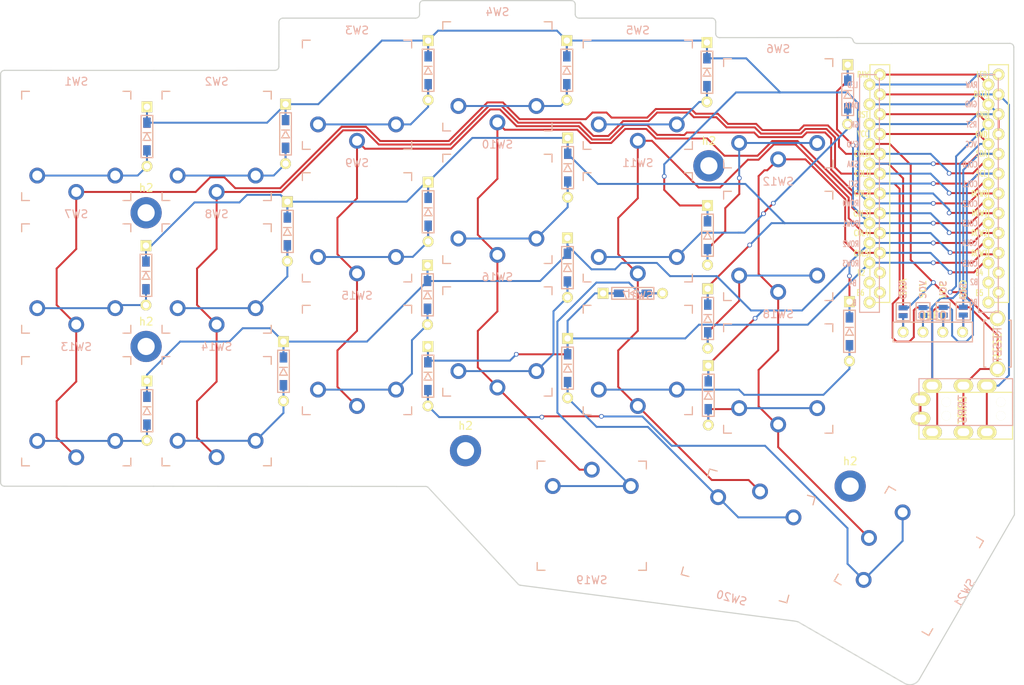
<source format=kicad_pcb>
(kicad_pcb (version 20221018) (generator pcbnew)
  (title_block (title "Corne Light") (date "2018-12-26") (rev "2.1") (company "foostan"))
  (layers (0 "F.Cu" signal) (31 "B.Cu" signal) (34 "B.Paste" user) (35 "F.Paste" user) (36 "B.SilkS" user "B.Silkscreen") (37 "F.SilkS" user "F.Silkscreen") (38 "B.Mask" user) (39 "F.Mask" user) (44 "Edge.Cuts" user))
  (net 0 "")
  (net 1 "row0")
  (net 2 "row1")
  (net 3 "Net-(D2-Pad2)")
  (net 4 "row2")
  (net 5 "Net-(D3-Pad2)")
  (net 6 "row3")
  (net 7 "Net-(D4-Pad2)")
  (net 8 "Net-(D5-Pad2)")
  (net 9 "Net-(D6-Pad2)")
  (net 10 "Net-(D8-Pad2)")
  (net 11 "Net-(D9-Pad2)")
  (net 12 "Net-(D10-Pad2)")
  (net 13 "Net-(D11-Pad2)")
  (net 14 "Net-(D12-Pad2)")
  (net 15 "Net-(D14-Pad2)")
  (net 16 "Net-(D15-Pad2)")
  (net 17 "Net-(D16-Pad2)")
  (net 18 "Net-(D17-Pad2)")
  (net 19 "Net-(D18-Pad2)")
  (net 20 "Net-(D19-Pad2)")
  (net 21 "Net-(D20-Pad2)")
  (net 22 "Net-(D21-Pad2)")
  (net 23 "GND")
  (net 24 "VCC")
  (net 25 "col0")
  (net 26 "col1")
  (net 27 "col2")
  (net 28 "col3")
  (net 29 "col4")
  (net 30 "col5")
  (net 31 "LED")
  (net 32 "data")
  (net 33 "reset")
  (net 34 "SCL")
  (net 35 "SDA")
  (net 36 "Net-(U1-Pad14)")
  (net 37 "Net-(U1-Pad13)")
  (net 38 "Net-(U1-Pad12)")
  (net 39 "Net-(U1-Pad11)")
  (net 40 "Net-(J1-PadA)")
  (net 41 "Net-(U1-Pad24)")
  (net 42 "Net-(D1-Pad2)")
  (net 43 "Net-(D7-Pad2)")
  (net 44 "Net-(D13-Pad2)")
  (footprint "kbd:D3_TH_SMD" (layer "F.Cu") (at 94.75 64.04 -90)
    (fp_text reference "D2" hide)
    (fp_text value "D" hide)
  )
  (footprint "kbd:D3_TH_SMD" (layer "F.Cu") (at 113.03 55.88 -90)
    (fp_text reference "D3" hide)
    (fp_text value "D" hide)
  )
  (footprint "kbd:D3_TH_SMD" (layer "F.Cu") (at 130.81 55.88 -90)
    (fp_text reference "D4" hide)
    (fp_text value "D" hide)
  )
  (footprint "kbd:D3_TH_SMD" (layer "F.Cu") (at 148.775 56.125 -90)
    (fp_text reference "D5" hide)
    (fp_text value "D" hide)
  )
  (footprint "kbd:D3_TH_SMD" (layer "F.Cu") (at 148.85 77.025 -90)
    (fp_text reference "D6" hide)
    (fp_text value "D" hide)
  )
  (footprint "kbd:D3_TH_SMD" (layer "F.Cu") (at 94.98 76.54 -90)
    (fp_text reference "D8" hide)
    (fp_text value "D" hide)
  )
  (footprint "kbd:D3_TH_SMD" (layer "F.Cu") (at 113.03 74.025 -90)
    (fp_text reference "D9" hide)
    (fp_text value "D" hide)
  )
  (footprint "kbd:D3_TH_SMD" (layer "F.Cu") (at 130.92 68.36 -90)
    (fp_text reference "D10" hide)
    (fp_text value "D" hide)
  )
  (footprint "kbd:D3_TH_SMD" (layer "F.Cu") (at 166.825 58.975 -90)
    (fp_text reference "D11" hide)
    (fp_text value "D" hide)
  )
  (footprint "kbd:D3_TH_SMD" (layer "F.Cu") (at 148.875 87.7 -90)
    (fp_text reference "D12" hide)
    (fp_text value "D" hide)
  )
  (footprint "kbd:D3_TH_SMD" (layer "F.Cu") (at 94.48 94.475 -90)
    (fp_text reference "D14" hide)
    (fp_text value "D" hide)
  )
  (footprint "kbd:D3_TH_SMD" (layer "F.Cu") (at 112.95 84.675 -90)
    (fp_text reference "D15" hide)
    (fp_text value "D" hide)
  )
  (footprint "kbd:D3_TH_SMD" (layer "F.Cu") (at 130.89 81.18 -90)
    (fp_text reference "D16" hide)
    (fp_text value "D" hide)
  )
  (footprint "kbd:D3_TH_SMD" (layer "F.Cu") (at 167.05 89.35 -90)
    (fp_text reference "D17" hide)
    (fp_text value "D" hide)
  )
  (footprint "kbd:D3_TH_SMD" (layer "F.Cu") (at 148.95 97.55 -90)
    (fp_text reference "D18" hide)
    (fp_text value "D" hide)
  )
  (footprint "kbd:D3_TH_SMD" (layer "F.Cu") (at 139.27 84.48)
    (fp_text reference "D19" hide)
    (fp_text value "D" hide)
  )
  (footprint "kbd:D3_TH_SMD" (layer "F.Cu") (at 130.91 94.07 -90)
    (fp_text reference "D20" hide)
    (fp_text value "D" hide)
  )
  (footprint "kbd:D3_TH_SMD" (layer "F.Cu") (at 113 95.1 -90)
    (fp_text reference "D21" hide)
    (fp_text value "D" hide)
  )
  (footprint "kbd:MJ-4PP-9" (layer "F.Cu") (at 187.96 100.17 -90)
    (fp_text reference "J1")
    (fp_text value "MJ-4PP-9" hide)
  )
  (footprint "chocs:SW_PG1350_reversible_b2" (layer "F.Cu") (at 85.91 65.58)
    (fp_text reference "SW2" hide)
    (fp_text value "SW_PUSH" hide)
  )
  (footprint "chocs:SW_PG1350_reversible_b2" (layer "F.Cu") (at 103.91 59.02)
    (fp_text reference "SW3" hide)
    (fp_text value "SW_PUSH" hide)
  )
  (footprint "chocs:SW_PG1350_reversible_b2" (layer "F.Cu") (at 121.91 56.66)
    (fp_text reference "SW4" hide)
    (fp_text value "SW_PUSH" hide)
  )
  (footprint "chocs:SW_PG1350_reversible_b2" (layer "F.Cu") (at 139.91 59.02)
    (fp_text reference "SW5" hide)
    (fp_text value "SW_PUSH" hide)
  )
  (footprint "chocs:SW_PG1350_reversible_b2" (layer "F.Cu") (at 157.91 61.4)
    (fp_text reference "SW6" hide)
    (fp_text value "SW_PUSH" hide)
  )
  (footprint "chocs:SW_PG1350_reversible_b2" (layer "F.Cu") (at 85.91 82.58)
    (fp_text reference "SW8" hide)
    (fp_text value "SW_PUSH" hide)
  )
  (footprint "chocs:SW_PG1350_reversible_b2" (layer "F.Cu") (at 103.91 76.02)
    (fp_text reference "SW9" hide)
    (fp_text value "SW_PUSH" hide)
  )
  (footprint "chocs:SW_PG1350_reversible_b2" (layer "F.Cu") (at 121.91 73.65)
    (fp_text reference "SW10" hide)
    (fp_text value "SW_PUSH" hide)
  )
  (footprint "chocs:SW_PG1350_reversible_b2" (layer "F.Cu") (at 139.91 76.02)
    (fp_text reference "SW11" hide)
    (fp_text value "SW_PUSH" hide)
  )
  (footprint "chocs:SW_PG1350_reversible_b2" (layer "F.Cu") (at 157.91 78.4)
    (fp_text reference "SW12" hide)
    (fp_text value "SW_PUSH" hide)
  )
  (footprint "chocs:SW_PG1350_reversible_b2" (layer "F.Cu") (at 85.91 99.585)
    (fp_text reference "SW14" hide)
    (fp_text value "SW_PUSH" hide)
  )
  (footprint "chocs:SW_PG1350_reversible_b2" (layer "F.Cu") (at 103.91 93.025)
    (fp_text reference "SW15" hide)
    (fp_text value "SW_PUSH" hide)
  )
  (footprint "chocs:SW_PG1350_reversible_b2" (layer "F.Cu") (at 121.91 90.65)
    (fp_text reference "SW16" hide)
    (fp_text value "SW_PUSH" hide)
  )
  (footprint "chocs:SW_PG1350_reversible_b2" (layer "F.Cu") (at 139.91 93.025)
    (fp_text reference "SW17" hide)
    (fp_text value "SW_PUSH" hide)
  )
  (footprint "chocs:SW_PG1350_reversible_b2" (layer "F.Cu") (at 157.91 95.4)
    (fp_text reference "SW18" hide)
    (fp_text value "SW_PUSH" hide)
  )
  (footprint "chocs:SW_PG1350_reversible_b2" (layer "F.Cu") (at 134.01 112.99 180)
    (fp_text reference "SW19" hide)
    (fp_text value "SW_PUSH" hide)
  )
  (footprint "chocs:SW_PG1350_reversible_b2" (layer "F.Cu") (at 154.06 115.58 165)
    (fp_text reference "SW20" hide)
    (fp_text value "SW_PUSH" hide)
  )
  (footprint "Kailh:SW_PG1350_15_reversible_b2" (layer "F.Cu") (at 174.66 118.79 -120)
    (fp_text reference "SW21" hide)
    (fp_text value "SW_PUSH" hide)
  )
  (footprint "kbd:ProMicro_v2" (layer "F.Cu") (at 178.51 70.91)
    (fp_text reference "U1" hide)
    (fp_text value "ProMicro" hide)
  )
  (footprint "kbd:D3_TH_SMD" (layer "F.Cu") (at 76.85 82.175 -90)
    (fp_text reference "D7" hide)
    (fp_text value "D" hide)
  )
  (footprint "kbd:D3_TH_SMD" (layer "F.Cu") (at 76.975 99.525 -90)
    (fp_text reference "D13" hide)
    (fp_text value "D" hide)
  )
  (footprint "chocs:SW_PG1350_reversible_b2" (layer "F.Cu") (at 67.91 82.58)
    (fp_text reference "SW7" hide)
    (fp_text value "SW_PUSH" hide)
  )
  (footprint "chocs:SW_PG1350_reversible_b2" (layer "F.Cu") (at 67.91 99.6)
    (fp_text reference "SW13" hide)
    (fp_text value "SW_PUSH" hide)
  )
  (footprint "chocs:SW_PG1350_reversible_b2" (layer "F.Cu") (at 67.91 65.58)
    (fp_text reference "SW1" hide)
    (fp_text value "SW_PUSH" hide)
  )
  (footprint "foostan:Jumper" (layer "F.Cu") (at 179.07 86.78 -90)
    (fp_text reference "JP65" hide)
    (fp_text value "VCC")
  )
  (footprint "foostan:OLED" (layer "F.Cu") (at 173.93 89.44)
    (fp_text reference "J2")
    (fp_text value "OLED" hide)
  )
  (footprint "foostan:Jumper" (layer "F.Cu") (at 176.47 86.8 -90)
    (fp_text reference "JP63" hide)
    (fp_text value "SCL")
  )
  (footprint "foostan:Jumper" (layer "F.Cu") (at 173.93 86.83 -90)
    (fp_text reference "JP61" hide)
    (fp_text value " SDA")
  )
  (footprint "foostan:Jumper" (layer "F.Cu") (at 181.64 86.7704 -90)
    (fp_text reference "JP68" hide)
    (fp_text value "GND")
  )
  (footprint "kbd:ResetSW" (layer "F.Cu") (at 186.03 90.93 -90)
    (fp_text reference "RSW1" hide)
    (fp_text value "Val**")
  )
  (footprint "kbd:D3_TH_SMD" (layer "F.Cu") (at 76.975 64.375 -90)
    (fp_text reference "D1" hide)
    (fp_text value "D" hide)
  )
  (footprint "kbd:LEGO_HOLE" (layer "F.Cu") (at 149.025 68.125)
    (fp_text reference "h2")
    (fp_text value "h2")
  )
  (footprint "kbd:LEGO_HOLE" (layer "F.Cu") (at 76.87 74.15)
    (fp_text reference "h2")
    (fp_text value "h2")
  )
  (footprint "kbd:LEGO_HOLE" (layer "F.Cu") (at 117.82 104.65)
    (fp_text reference "h2")
    (fp_text value "h2")
  )
  (footprint "kbd:LEGO_HOLE" (layer "F.Cu") (at 167.14 109.2)
    (fp_text reference "h2")
    (fp_text value "h2")
  )
  (footprint "kbd:LEGO_HOLE" (layer "F.Cu") (at 76.87 91.29)
    (fp_text reference "h2")
    (fp_text value "h2")
  )
  (footprint "foostan:Jumper" (layer "B.Cu") (at 176.48 86.81 -90)
    (fp_text reference "JP64" hide)
    (fp_text value "VCC")
  )
  (footprint "foostan:Jumper" (layer "B.Cu") (at 173.93 86.8396 -90)
    (fp_text reference "JP62" hide)
    (fp_text value "GND")
  )
  (footprint "foostan:Jumper" (layer "B.Cu") (at 181.64 86.76 -90)
    (fp_text reference "JP6" hide)
    (fp_text value " SDA")
  )
  (footprint "foostan:Jumper" (layer "B.Cu") (at 179.06 86.78 -90)
    (fp_text reference "JP66" hide)
    (fp_text value "SCL")
  )
  (gr_line (start 187.62 52.43) (end 167.999902 52.44002) (stroke (width 0.15)) (layer "Edge.Cuts"))
  (gr_line (start 93.39 55.89) (end 77.875 55.89402) (stroke (width 0.15)) (layer "Edge.Cuts"))
  (gr_arc (start 112.7 109.24) (mid 112.878081 109.272788) (end 113.032807 109.366852) (stroke (width 0.15)) (layer "Edge.Cuts"))
  (gr_arc (start 124.845863 121.904977) (mid 124.696919 121.853443) (end 124.57 121.76) (stroke (width 0.15)) (layer "Edge.Cuts"))
  (gr_line (start 113.032807 109.366852) (end 124.57 121.76) (stroke (width 0.15)) (layer "Edge.Cuts"))
  (gr_arc (start 175.95 134.05) (mid 175.064806 134.640152) (end 174.021988 134.429491) (stroke (width 0.15)) (layer "Edge.Cuts"))
  (gr_arc (start 159.810076 126.474364) (mid 160.140472 126.523169) (end 160.46452 126.60402) (stroke (width 0.15)) (layer "Edge.Cuts"))
  (gr_line (start 175.95 134.05) (end 188.2 112.87) (stroke (width 0.15)) (layer "Edge.Cuts"))
  (gr_line (start 160.46452 126.60402) (end 174.021988 134.429491) (stroke (width 0.15)) (layer "Edge.Cuts"))
  (gr_line (start 124.845863 121.904977) (end 159.810076 126.474364) (stroke (width 0.15)) (layer "Edge.Cuts"))
  (gr_line (start 112.7 109.24) (end 77.81952 109.21402) (stroke (width 0.15)) (layer "Edge.Cuts"))
  (gr_arc (start 167.03 51.68) (mid 167.346236 51.792708) (end 167.519902 52.08002) (stroke (width 0.15)) (layer "Edge.Cuts"))
  (gr_arc (start 167.999902 52.44002) (mid 167.699902 52.34002) (end 167.519902 52.08002) (stroke (width 0.15)) (layer "Edge.Cuts"))
  (gr_line (start 167.03 51.68) (end 150.39952 51.69402) (stroke (width 0.15)) (layer "Edge.Cuts"))
  (gr_arc (start 93.89 55.39) (mid 93.743553 55.743553) (end 93.39 55.89) (stroke (width 0.15)) (layer "Edge.Cuts"))
  (gr_arc (start 93.89952 49.69402) (mid 94.045967 49.340467) (end 94.39952 49.19402) (stroke (width 0.15)) (layer "Edge.Cuts"))
  (gr_line (start 131.38952 46.94402) (end 112.42952 46.94402) (stroke (width 0.15)) (layer "Edge.Cuts"))
  (gr_line (start 131.88952 48.69402) (end 131.88952 47.44402) (stroke (width 0.15)) (layer "Edge.Cuts"))
  (gr_line (start 149.39952 49.19402) (end 132.38952 49.19402) (stroke (width 0.15)) (layer "Edge.Cuts"))
  (gr_line (start 149.89952 51.19402) (end 149.89952 49.69402) (stroke (width 0.15)) (layer "Edge.Cuts"))
  (gr_line (start 93.89952 49.69402) (end 93.89 55.39) (stroke (width 0.15)) (layer "Edge.Cuts"))
  (gr_line (start 111.42952 49.19402) (end 94.39952 49.19402) (stroke (width 0.15)) (layer "Edge.Cuts"))
  (gr_line (start 111.92952 47.44402) (end 111.92952 48.69402) (stroke (width 0.15)) (layer "Edge.Cuts"))
  (gr_arc (start 111.92952 48.69402) (mid 111.783073 49.047573) (end 111.42952 49.19402) (stroke (width 0.15)) (layer "Edge.Cuts"))
  (gr_arc (start 111.92952 47.44402) (mid 112.075967 47.090467) (end 112.42952 46.94402) (stroke (width 0.15)) (layer "Edge.Cuts"))
  (gr_arc (start 131.38952 46.94402) (mid 131.743073 47.090467) (end 131.88952 47.44402) (stroke (width 0.15)) (layer "Edge.Cuts"))
  (gr_arc (start 132.38952 49.19402) (mid 132.035967 49.047573) (end 131.88952 48.69402) (stroke (width 0.15)) (layer "Edge.Cuts"))
  (gr_arc (start 149.39952 49.19402) (mid 149.753073 49.340467) (end 149.89952 49.69402) (stroke (width 0.15)) (layer "Edge.Cuts"))
  (gr_arc (start 150.39952 51.69402) (mid 150.045967 51.547573) (end 149.89952 51.19402) (stroke (width 0.15)) (layer "Edge.Cuts"))
  (gr_arc (start 187.62 52.43) (mid 187.973553 52.576447) (end 188.12 52.93) (stroke (width 0.15)) (layer "Edge.Cuts"))
  (gr_arc (start 58.21 56.39) (mid 58.356447 56.036447) (end 58.71 55.89) (stroke (width 0.15)) (layer "Edge.Cuts"))
  (gr_arc (start 58.71 109.21) (mid 58.356447 109.063553) (end 58.21 108.71) (stroke (width 0.15)) (layer "Edge.Cuts"))
  (gr_line (start 77.875 55.89402) (end 58.71 55.89) (stroke (width 0.15)) (layer "Edge.Cuts"))
  (gr_line (start 77.81952 109.21402) (end 58.71 109.21) (stroke (width 0.15)) (layer "Edge.Cuts"))
  (gr_line (start 58.21 56.39) (end 58.21 108.71) (stroke (width 0.15)) (layer "Edge.Cuts"))
  (gr_line (start 188.12 52.93) (end 188.2 112.87) (stroke (width 0.15)) (layer "Edge.Cuts"))
  (segment (start 148.85 75.25) (end 148.85 73.215) (width 0.25) (layer "F.Cu") (net 1))
  (segment (start 143.3 71.220792) (end 143.3 69.475) (width 0.25) (layer "F.Cu") (net 1))
  (segment (start 113.03 54.105) (end 113.03 52.07) (width 0.25) (layer "F.Cu") (net 1))
  (segment (start 76.975 62.6) (end 76.975 60.565) (width 0.25) (layer "F.Cu") (net 1))
  (segment (start 148.775 52.315) (end 148.775 54.35) (width 0.25) (layer "F.Cu") (net 1))
  (segment (start 145.294208 73.215) (end 143.3 71.220792) (width 0.25) (layer "F.Cu") (net 1))
  (segment (start 130.81 52.07) (end 130.81 54.105) (width 0.25) (layer "F.Cu") (net 1))
  (segment (start 183.598 71.672) (end 182.328 72.942) (width 0.25) (layer "F.Cu") (net 1))
  (segment (start 94.75 62.265) (end 94.75 60.23) (width 0.25) (layer "F.Cu") (net 1))
  (segment (start 148.85 73.215) (end 145.294208 73.215) (width 0.25) (layer "F.Cu") (net 1))
  (segment (start 182.328 72.942) (end 177.8 72.942) (width 0.25) (layer "F.Cu") (net 1))
  (segment (start 186.1664 71.672) (end 183.598 71.672) (width 0.25) (layer "F.Cu") (net 1))
  (via (at 143.3 69.475) (size 0.6) (drill 0.4) (layers "F.Cu" "B.Cu") (net 1))
  (via (at 177.8 72.942) (size 0.6) (drill 0.4) (layers "F.Cu" "B.Cu") (net 1))
  (segment (start 148.75 52.07) (end 148.89 52.21) (width 0.25) (layer "B.Cu") (net 1))
  (segment (start 107.100334 52.07) (end 113.03 52.07) (width 0.25) (layer "B.Cu") (net 1))
  (segment (start 94.75 60.23) (end 98.940334 60.23) (width 0.25) (layer "B.Cu") (net 1))
  (segment (start 152.5075 58.7175) (end 158.0825 58.7175) (width 0.25) (layer "B.Cu") (net 1))
  (segment (start 76.975 62.6) (end 76.975 60.565) (width 0.25) (layer "B.Cu") (net 1))
  (segment (start 169.62 72.942) (end 168.125 71.447) (width 0.25) (layer "B.Cu") (net 1))
  (segment (start 158.0825 58.7175) (end 158.1825 58.7175) (width 0.25) (layer "B.Cu") (net 1))
  (segment (start 169.62 72.942) (end 177.8 72.942) (width 0.25) (layer "B.Cu") (net 1))
  (segment (start 130.81 52.07) (end 130.81 54.105) (width 0.25) (layer "B.Cu") (net 1))
  (segment (start 129.54 50.8) (end 130.81 52.07) (width 0.25) (layer "B.Cu") (net 1))
  (segment (start 143.3 67.925) (end 152.5075 58.7175) (width 0.25) (layer "B.Cu") (net 1))
  (segment (start 168.125 60.075) (end 166.7675 58.7175) (width 0.25) (layer "B.Cu") (net 1))
  (segment (start 113.03 54.105) (end 113.03 52.07) (width 0.25) (layer "B.Cu") (net 1))
  (segment (start 130.81 52.07) (end 148.75 52.07) (width 0.25) (layer "B.Cu") (net 1))
  (segment (start 92.38 62.6) (end 76.975 62.6) (width 0.25) (layer "B.Cu") (net 1))
  (segment (start 143.3 69.475) (end 143.3 67.925) (width 0.25) (layer "B.Cu") (net 1))
  (segment (start 148.775 52.315) (end 148.775 54.35) (width 0.25) (layer "B.Cu") (net 1))
  (segment (start 94.75 60.23) (end 92.38 62.6) (width 0.25) (layer "B.Cu") (net 1))
  (segment (start 168.125 71.447) (end 168.125 60.075) (width 0.25) (layer "B.Cu") (net 1))
  (segment (start 94.75 60.23) (end 94.75 62.265) (width 0.25) (layer "B.Cu") (net 1))
  (segment (start 148.85 75.25) (end 148.85 73.215) (width 0.25) (layer "B.Cu") (net 1))
  (segment (start 153.815001 54.35) (end 158.1825 58.7175) (width 0.25) (layer "B.Cu") (net 1))
  (segment (start 114.3 50.8) (end 129.54 50.8) (width 0.25) (layer "B.Cu") (net 1))
  (segment (start 148.775 54.35) (end 153.815001 54.35) (width 0.25) (layer "B.Cu") (net 1))
  (segment (start 98.940334 60.23) (end 107.100334 52.07) (width 0.25) (layer "B.Cu") (net 1))
  (segment (start 166.7675 58.7175) (end 158.0825 58.7175) (width 0.25) (layer "B.Cu") (net 1))
  (segment (start 113.03 52.07) (end 114.3 50.8) (width 0.25) (layer "B.Cu") (net 1))
  (segment (start 94.98 74.765) (end 94.98 72.73) (width 0.25) (layer "F.Cu") (net 2))
  (segment (start 167.5005 65.5) (end 165.45 63.4495) (width 0.25) (layer "F.Cu") (net 2))
  (segment (start 186.1664 74.212) (end 183.852 74.212) (width 0.25) (layer "F.Cu") (net 2))
  (segment (start 148.875 83.668686) (end 148.875 83.89) (width 0.25) (layer "F.Cu") (net 2))
  (segment (start 76.85 80.4) (end 76.85 78.365) (width 0.25) (layer "F.Cu") (net 2))
  (segment (start 165.45 63.4495) (end 165.45 58.575) (width 0.25) (layer "F.Cu") (net 2))
  (segment (start 165.45 58.575) (end 166.825 57.2) (width 0.25) (layer "F.Cu") (net 2))
  (segment (start 154.26 78.283686) (end 148.875 83.668686) (width 0.25) (layer "F.Cu") (net 2))
  (segment (start 148.875 85.925) (end 148.875 83.89) (width 0.25) (layer "F.Cu") (net 2))
  (segment (start 183.852 74.212) (end 182.582 75.482) (width 0.25) (layer "F.Cu") (net 2))
  (segment (start 166.825 57.2) (end 166.825 55.165) (width 0.25) (layer "F.Cu") (net 2))
  (segment (start 130.92 64.55) (end 130.92 66.585) (width 0.25) (layer "F.Cu") (net 2))
  (segment (start 182.582 75.482) (end 177.8 75.482) (width 0.25) (layer "F.Cu") (net 2))
  (segment (start 113.03 70.215) (end 113.03 72.25) (width 0.25) (layer "F.Cu") (net 2))
  (via (at 177.8 75.482) (size 0.6) (drill 0.4) (layers "F.Cu" "B.Cu") (net 2))
  (via (at 167.5005 65.5) (size 0.6) (drill 0.4) (layers "F.Cu" "B.Cu") (net 2))
  (via (at 154.26 78.283686) (size 0.6) (drill 0.4) (layers "F.Cu" "B.Cu") (net 2))
  (segment (start 94.104999 71.854999) (end 94.98 72.73) (width 0.25) (layer "B.Cu") (net 2))
  (segment (start 130.92 64.55) (end 118.695 64.55) (width 0.25) (layer "B.Cu") (net 2))
  (segment (start 153.7 70.45) (end 134.785 70.45) (width 0.25) (layer "B.Cu") (net 2))
  (segment (start 77.535 78.365) (end 76.85 78.365) (width 0.25) (layer "B.Cu") (net 2))
  (segment (start 169.62 75.482) (end 177.8 75.482) (width 0.25) (layer "B.Cu") (net 2))
  (segment (start 76.85 78.365) (end 76.85 80.4) (width 0.25) (layer "B.Cu") (net 2))
  (segment (start 113.03 72.25) (end 113.03 70.215) (width 0.25) (layer "B.Cu") (net 2))
  (segment (start 83.078999 72.821001) (end 88.841001 72.821001) (width 0.25) (layer "B.Cu") (net 2))
  (segment (start 83.078999 72.821001) (end 77.535 78.365) (width 0.25) (layer "B.Cu") (net 2))
  (segment (start 158.732 75.482) (end 158.757 75.482) (width 0.25) (layer "B.Cu") (net 2))
  (segment (start 134.785 70.45) (end 130.92 66.585) (width 0.25) (layer "B.Cu") (net 2))
  (segment (start 89.807003 71.854999) (end 94.104999 71.854999) (width 0.25) (layer "B.Cu") (net 2))
  (segment (start 148.875 85.925) (end 148.875 83.89) (width 0.25) (layer "B.Cu") (net 2))
  (segment (start 94.98 72.73) (end 110.27 72.73) (width 0.25) (layer "B.Cu") (net 2))
  (segment (start 94.98 72.73) (end 94.98 74.765) (width 0.25) (layer "B.Cu") (net 2))
  (segment (start 166.825 57.2) (end 166.825 55.165) (width 0.25) (layer "B.Cu") (net 2))
  (segment (start 157.061686 75.482) (end 154.26 78.283686) (width 0.25) (layer "B.Cu") (net 2))
  (segment (start 118.695 64.55) (end 113.03 70.215) (width 0.25) (layer "B.Cu") (net 2))
  (segment (start 169.62 75.482) (end 158.757 75.482) (width 0.25) (layer "B.Cu") (net 2))
  (segment (start 112.785 70.215) (end 113.03 70.215) (width 0.25) (layer "B.Cu") (net 2))
  (segment (start 158.757 75.482) (end 157.061686 75.482) (width 0.25) (layer "B.Cu") (net 2))
  (segment (start 110.27 72.73) (end 112.785 70.215) (width 0.25) (layer "B.Cu") (net 2))
  (segment (start 88.841001 72.821001) (end 89.807003 71.854999) (width 0.25) (layer "B.Cu") (net 2))
  (segment (start 169.62 75.482) (end 167.5005 73.3625) (width 0.25) (layer "B.Cu") (net 2))
  (segment (start 153.7 70.45) (end 158.732 75.482) (width 0.25) (layer "B.Cu") (net 2))
  (segment (start 167.5005 73.3625) (end 167.5005 65.5) (width 0.25) (layer "B.Cu") (net 2))
  (segment (start 130.92 64.55) (end 130.92 66.585) (width 0.25) (layer "B.Cu") (net 2))
  (segment (start 94.75 67.85) (end 94.75 65.815) (width 0.25) (layer "F.Cu") (net 3))
  (segment (start 90.91 69.38) (end 93.22 69.38) (width 0.25) (layer "B.Cu") (net 3))
  (segment (start 80.91 69.38) (end 90.91 69.38) (width 0.25) (layer "B.Cu") (net 3))
  (segment (start 93.22 69.38) (end 94.75 67.85) (width 0.25) (layer "B.Cu") (net 3))
  (segment (start 94.75 65.815) (end 94.75 67.85) (width 0.25) (layer "B.Cu") (net 3))
  (segment (start 167.05 87.575) (end 167.05 85.54) (width 0.25) (layer "F.Cu") (net 4))
  (segment (start 130.89 77.37) (end 130.89 79.405) (width 0.25) (layer "F.Cu") (net 4))
  (segment (start 184.106 76.752) (end 182.836 78.022) (width 0.25) (layer "F.Cu") (net 4))
  (segment (start 167.05 85.54) (end 167.05 82.25) (width 0.25) (layer "F.Cu") (net 4))
  (segment (start 148.95 95.775) (end 148.95 93.74) (width 0.25) (layer "F.Cu") (net 4))
  (segment (start 148.95 93.74) (end 148.95 93.675) (width 0.25) (layer "F.Cu") (net 4))
  (segment (start 94.48 90.665) (end 94.48 92.7) (width 0.25) (layer "F.Cu") (net 4))
  (segment (start 148.95 93.675) (end 154.95 87.675) (width 0.25) (layer "F.Cu") (net 4))
  (segment (start 186.1664 76.752) (end 184.106 76.752) (width 0.25) (layer "F.Cu") (net 4))
  (segment (start 112.95 82.9) (end 112.95 80.865) (width 0.25) (layer "F.Cu") (net 4))
  (segment (start 182.836 78.022) (end 177.8 78.022) (width 0.25) (layer "F.Cu") (net 4))
  (segment (start 76.975 97.75) (end 76.975 95.715) (width 0.25) (layer "F.Cu") (net 4))
  (via (at 154.95 87.675) (size 0.6) (drill 0.4) (layers "F.Cu" "B.Cu") (net 4))
  (via (at 167.05 82.25) (size 0.6) (drill 0.4) (layers "F.Cu" "B.Cu") (net 4))
  (via (at 177.8 78.022) (size 0.6) (drill 0.4) (layers "F.Cu" "B.Cu") (net 4))
  (segment (start 130.89 78.3185) (end 133.9715 81.4) (width 0.25) (layer "B.Cu") (net 4))
  (segment (start 76.975 97.75) (end 76.975 95.715) (width 0.25) (layer "B.Cu") (net 4))
  (segment (start 137.821001 80.578999) (end 142.353999 80.578999) (width 0.25) (layer "B.Cu") (net 4))
  (segment (start 94.48 90.665) (end 94.48 92.7) (width 0.25) (layer "B.Cu") (net 4))
  (segment (start 87.545 90.665) (end 89.255001 88.954999) (width 0.25) (layer "B.Cu") (net 4))
  (segment (start 167.05 80.65) (end 167.021 80.621) (width 0.25) (layer "B.Cu") (net 4))
  (segment (start 112.95 82.9) (end 127.395 82.9) (width 0.25) (layer "B.Cu") (net 4))
  (segment (start 154.95 87.675) (end 155.925 86.7) (width 0.25) (layer "B.Cu") (net 4))
  (segment (start 167.05 87.575) (end 167.05 85.54) (width 0.25) (layer "B.Cu") (net 4))
  (segment (start 155.925 86.675) (end 160.967 86.675) (width 0.25) (layer "B.Cu") (net 4))
  (segment (start 89.255001 88.954999) (end 92.769999 88.954999) (width 0.25) (layer "B.Cu") (net 4))
  (segment (start 130.89 77.37) (end 130.89 78.3185) (width 0.25) (layer "B.Cu") (net 4))
  (segment (start 127.395 82.9) (end 130.89 79.405) (width 0.25) (layer "B.Cu") (net 4))
  (segment (start 166.9 80.742) (end 167.021 80.621) (width 0.25) (layer "B.Cu") (net 4))
  (segment (start 133.9715 81.4) (end 137 81.4) (width 0.25) (layer "B.Cu") (net 4))
  (segment (start 167.021 80.621) (end 169.62 78.022) (width 0.25) (layer "B.Cu") (net 4))
  (segment (start 112.95 82.9) (end 112.95 80.865) (width 0.25) (layer "B.Cu") (net 4))
  (segment (start 160.967 86.675) (end 167.021 80.621) (width 0.25) (layer "B.Cu") (net 4))
  (segment (start 130.89 77.37) (end 130.89 79.405) (width 0.25) (layer "B.Cu") (net 4))
  (segment (start 169.62 78.022) (end 177.8 78.022) (width 0.25) (layer "B.Cu") (net 4))
  (segment (start 105.185 90.665) (end 94.48 90.665) (width 0.25) (layer "B.Cu") (net 4))
  (segment (start 167.05 82.25) (end 167.05 80.65) (width 0.25) (layer "B.Cu") (net 4))
  (segment (start 155.925 86.7) (end 155.925 86.675) (width 0.25) (layer "B.Cu") (net 4))
  (segment (start 148.95 95.775) (end 148.95 93.74) (width 0.25) (layer "B.Cu") (net 4))
  (segment (start 137 81.4) (end 137.821001 80.578999) (width 0.25) (layer "B.Cu") (net 4))
  (segment (start 81.235 90.665) (end 76.975 94.925) (width 0.25) (layer "B.Cu") (net 4))
  (segment (start 144.05 82.275) (end 150.025 82.275) (width 0.25) (layer "B.Cu") (net 4))
  (segment (start 92.769999 88.954999) (end 94.48 90.665) (width 0.25) (layer "B.Cu") (net 4))
  (segment (start 76.975 94.925) (end 76.975 95.715) (width 0.25) (layer "B.Cu") (net 4))
  (segment (start 154.425 86.675) (end 155.925 86.675) (width 0.25) (layer "B.Cu") (net 4))
  (segment (start 142.353999 80.578999) (end 144.05 82.275) (width 0.25) (layer "B.Cu") (net 4))
  (segment (start 81.235 90.665) (end 87.545 90.665) (width 0.25) (layer "B.Cu") (net 4))
  (segment (start 112.95 82.9) (end 105.185 90.665) (width 0.25) (layer "B.Cu") (net 4))
  (segment (start 150.025 82.275) (end 154.425 86.675) (width 0.25) (layer "B.Cu") (net 4))
  (segment (start 113.03 59.69) (end 113.03 57.655) (width 0.25) (layer "F.Cu") (net 5))
  (segment (start 113.03 59.69) (end 113.03 57.655) (width 0.25) (layer "B.Cu") (net 5))
  (segment (start 108.91 62.82) (end 110.78 62.82) (width 0.25) (layer "B.Cu") (net 5))
  (segment (start 113.03 60.57) (end 113.03 59.69) (width 0.25) (layer "B.Cu") (net 5))
  (segment (start 98.91 62.82) (end 108.91 62.82) (width 0.25) (layer "B.Cu") (net 5))
  (segment (start 110.78 62.82) (end 113.03 60.57) (width 0.25) (layer "B.Cu") (net 5))
  (segment (start 135.46 84.48) (end 137.495 84.48) (width 0.25) (layer "F.Cu") (net 6))
  (segment (start 130.91 90.26) (end 130.91 92.295) (width 0.25) (layer "F.Cu") (net 6))
  (segment (start 182.836 80.562) (end 183.923001 79.474999) (width 0.25) (layer "F.Cu") (net 6))
  (segment (start 130.91 92.295) (end 124.33 92.295) (width 0.25) (layer "F.Cu") (net 6))
  (segment (start 177.8 80.562) (end 182.836 80.562) (width 0.25) (layer "F.Cu") (net 6))
  (segment (start 113 93.325) (end 113 91.29) (width 0.25) (layer "F.Cu") (net 6))
  (segment (start 183.923001 79.474999) (end 185.983401 79.474999) (width 0.25) (layer "F.Cu") (net 6))
  (segment (start 185.983401 79.474999) (end 186.1664 79.292) (width 0.25) (layer "F.Cu") (net 6))
  (via (at 124.33 92.295) (size 0.6) (drill 0.4) (layers "F.Cu" "B.Cu") (net 6))
  (via (at 177.8 80.562) (size 0.6) (drill 0.4) (layers "F.Cu" "B.Cu") (net 6))
  (segment (start 130.91 92.295) (end 130.91 90.26) (width 0.25) (layer "B.Cu") (net 6))
  (segment (start 147.76 88.5) (end 161.7 88.5) (width 0.25) (layer "B.Cu") (net 6))
  (segment (start 146 90.26) (end 147.76 88.5) (width 0.25) (layer "B.Cu") (net 6))
  (segment (start 123.516 93.109) (end 124.33 92.295) (width 0.25) (layer "B.Cu") (net 6))
  (segment (start 137.495 84.48) (end 135.46 84.48) (width 0.25) (layer "B.Cu") (net 6))
  (segment (start 169.62 80.58) (end 169.62 80.562) (width 0.25) (layer "B.Cu") (net 6))
  (segment (start 130.91 87.99) (end 134.42 84.48) (width 0.25) (layer "B.Cu") (net 6))
  (segment (start 113 93.325) (end 113 91.29) (width 0.25) (layer "B.Cu") (net 6))
  (segment (start 134.42 84.48) (end 135.46 84.48) (width 0.25) (layer "B.Cu") (net 6))
  (segment (start 113.216 93.109) (end 123.516 93.109) (width 0.25) (layer "B.Cu") (net 6))
  (segment (start 113 93.325) (end 113.216 93.109) (width 0.25) (layer "B.Cu") (net 6))
  (segment (start 169.62 80.562) (end 177.8 80.562) (width 0.25) (layer "B.Cu") (net 6))
  (segment (start 130.91 90.26) (end 130.91 87.99) (width 0.25) (layer "B.Cu") (net 6))
  (segment (start 161.7 88.5) (end 169.62 80.58) (width 0.25) (layer "B.Cu") (net 6))
  (segment (start 130.91 90.26) (end 146 90.26) (width 0.25) (layer "B.Cu") (net 6))
  (segment (start 130.81 57.655) (end 130.81 59.69) (width 0.25) (layer "F.Cu") (net 7))
  (segment (start 130.04 60.46) (end 126.91 60.46) (width 0.25) (layer "B.Cu") (net 7))
  (segment (start 130.81 57.655) (end 130.81 59.69) (width 0.25) (layer "B.Cu") (net 7))
  (segment (start 116.91 60.46) (end 126.91 60.46) (width 0.25) (layer "B.Cu") (net 7))
  (segment (start 130.81 59.69) (end 130.04 60.46) (width 0.25) (layer "B.Cu") (net 7))
  (segment (start 148.775 59.935) (end 148.775 57.9) (width 0.25) (layer "F.Cu") (net 8))
  (segment (start 144.91 62.82) (end 147.795 59.935) (width 0.25) (layer "B.Cu") (net 8))
  (segment (start 148.775 59.935) (end 148.775 57.9) (width 0.25) (layer "B.Cu") (net 8))
  (segment (start 134.91 62.82) (end 144.91 62.82) (width 0.25) (layer "B.Cu") (net 8))
  (segment (start 147.795 59.935) (end 148.775 59.935) (width 0.25) (layer "B.Cu") (net 8))
  (segment (start 151.125 76.525) (end 148.85 78.8) (width 0.25) (layer "F.Cu") (net 9))
  (segment (start 152.8 65.31) (end 152.91 65.2) (width 0.25) (layer "F.Cu") (net 9))
  (segment (start 152.925 69.7) (end 152.925 71.75) (width 0.25) (layer "F.Cu") (net 9))
  (segment (start 152.925 71.75) (end 151.125 73.55) (width 0.25) (layer "F.Cu") (net 9))
  (segment (start 151.125 73.55) (end 151.125 76.525) (width 0.25) (layer "F.Cu") (net 9))
  (segment (start 148.85 80.835) (end 148.85 78.8) (width 0.25) (layer "F.Cu") (net 9))
  (via (at 152.925 69.7) (size 0.6) (drill 0.4) (layers "F.Cu" "B.Cu") (net 9))
  (segment (start 152.91 65.2) (end 162.91 65.2) (width 0.25) (layer "B.Cu") (net 9))
  (segment (start 148.85 80.835) (end 148.85 78.8) (width 0.25) (layer "B.Cu") (net 9))
  (segment (start 152.91 69.685) (end 152.925 69.7) (width 0.25) (layer "B.Cu") (net 9))
  (segment (start 152.91 65.2) (end 152.91 69.685) (width 0.25) (layer "B.Cu") (net 9))
  (segment (start 94.98 80.35) (end 94.98 78.315) (width 0.25) (layer "F.Cu") (net 10))
  (segment (start 94.98 82.31) (end 94.98 80.35) (width 0.25) (layer "B.Cu") (net 10))
  (segment (start 94.98 78.315) (end 94.98 80.35) (width 0.25) (layer "B.Cu") (net 10))
  (segment (start 90.91 86.38) (end 94.98 82.31) (width 0.25) (layer "B.Cu") (net 10))
  (segment (start 80.91 86.38) (end 90.91 86.38) (width 0.25) (layer "B.Cu") (net 10))
  (segment (start 113.03 75.8) (end 113.03 77.835) (width 0.25) (layer "F.Cu") (net 11))
  (segment (start 108.93 79.8) (end 108.91 79.82) (width 0.25) (layer "F.Cu") (net 11))
  (segment (start 111.065 79.8) (end 108.93 79.8) (width 0.25) (layer "B.Cu") (net 11))
  (segment (start 113.03 77.835) (end 113.03 75.8) (width 0.25) (layer "B.Cu") (net 11))
  (segment (start 113.03 77.835) (end 111.065 79.8) (width 0.25) (layer "B.Cu") (net 11))
  (segment (start 98.91 79.82) (end 108.91 79.82) (width 0.25) (layer "B.Cu") (net 11))
  (segment (start 130.92 70.135) (end 130.92 72.17) (width 0.25) (layer "F.Cu") (net 12))
  (segment (start 130.92 73.44) (end 126.91 77.45) (width 0.25) (layer "B.Cu") (net 12))
  (segment (start 116.91 77.45) (end 126.91 77.45) (width 0.25) (layer "B.Cu") (net 12))
  (segment (start 130.92 72.17) (end 130.92 73.44) (width 0.25) (layer "B.Cu") (net 12))
  (segment (start 130.92 72.17) (end 130.92 70.135) (width 0.25) (layer "B.Cu") (net 12))
  (segment (start 156.0245 74.275) (end 156.0245 74.186) (width 0.25) (layer "F.Cu") (net 13))
  (segment (start 166.825 62.785) (end 166.825 60.75) (width 0.25) (layer "F.Cu") (net 13))
  (segment (start 156.0245 74.186) (end 157.2855 72.925) (width 0.25) (layer "F.Cu") (net 13))
  (via (at 157.2855 72.925) (size 0.6) (drill 0.4) (layers "F.Cu" "B.Cu") (net 13))
  (via (at 156.0245 74.275) (size 0.6) (drill 0.4) (layers "F.Cu" "B.Cu") (net 13))
  (segment (start 153.5995 76.7) (end 156.0245 74.275) (width 0.25) (layer "B.Cu") (net 13))
  (segment (start 166.825 63.3855) (end 157.2855 72.925) (width 0.25) (layer "B.Cu") (net 13))
  (segment (start 166.825 60.75) (end 166.825 62.785) (width 0.25) (layer "B.Cu") (net 13))
  (segment (start 166.825 62.785) (end 166.825 63.3855) (width 0.25) (layer "B.Cu") (net 13))
  (segment (start 148.03 76.7) (end 152.8 76.7) (width 0.25) (layer "B.Cu") (net 13))
  (segment (start 152.8 76.7) (end 153.035 76.7) (width 0.25) (layer "B.Cu") (net 13))
  (segment (start 134.91 79.82) (end 144.91 79.82) (width 0.25) (layer "B.Cu") (net 13))
  (segment (start 144.91 79.82) (end 148.03 76.7) (width 0.25) (layer "B.Cu") (net 13))
  (segment (start 153.035 76.7) (end 153.5995 76.7) (width 0.25) (layer "B.Cu") (net 13))
  (segment (start 152.91 85.44) (end 152.91 82.2) (width 0.25) (layer "F.Cu") (net 14))
  (segment (start 148.875 91.51) (end 148.875 89.475) (width 0.25) (layer "F.Cu") (net 14))
  (segment (start 148.875 89.475) (end 152.91 85.44) (width 0.25) (layer "F.Cu") (net 14))
  (segment (start 152.91 82.2) (end 162.91 82.2) (width 0.25) (layer "B.Cu") (net 14))
  (segment (start 148.875 91.51) (end 148.875 89.475) (width 0.25) (layer "B.Cu") (net 14))
  (segment (start 94.48 96.25) (end 94.48 98.285) (width 0.25) (layer "F.Cu") (net 15))
  (segment (start 94.48 96.25) (end 94.48 98.285) (width 0.25) (layer "B.Cu") (net 15))
  (segment (start 80.91 103.385) (end 90.91 103.385) (width 0.25) (layer "B.Cu") (net 15))
  (segment (start 94.48 99.815) (end 90.91 103.385) (width 0.25) (layer "B.Cu") (net 15))
  (segment (start 94.48 98.285) (end 94.48 99.815) (width 0.25) (layer "B.Cu") (net 15))
  (segment (start 112.95 88.485) (end 112.95 86.45) (width 0.25) (layer "F.Cu") (net 16))
  (segment (start 108.92 96.835) (end 108.91 96.825) (width 0.25) (layer "F.Cu") (net 16))
  (segment (start 110.95 94.785) (end 110.95 90.485) (width 0.25) (layer "B.Cu") (net 16))
  (segment (start 112.95 88.485) (end 112.95 86.45) (width 0.25) (layer "B.Cu") (net 16))
  (segment (start 110.95 90.485) (end 112.95 88.485) (width 0.25) (layer "B.Cu") (net 16))
  (segment (start 108.91 96.825) (end 110.95 94.785) (width 0.25) (layer "B.Cu") (net 16))
  (segment (start 98.91 96.825) (end 108.91 96.825) (width 0.25) (layer "B.Cu") (net 16))
  (segment (start 130.89 82.955) (end 130.89 84.99) (width 0.25) (layer "F.Cu") (net 17))
  (segment (start 130.89 84.99) (end 130.89 82.955) (width 0.25) (layer "B.Cu") (net 17))
  (segment (start 129.1 92.26) (end 126.91 94.45) (width 0.25) (layer "B.Cu") (net 17))
  (segment (start 116.91 94.45) (end 126.91 94.45) (width 0.25) (layer "B.Cu") (net 17))
  (segment (start 130.89 84.99) (end 129.1 86.78) (width 0.25) (layer "B.Cu") (net 17))
  (segment (start 129.1 86.78) (end 129.1 92.26) (width 0.25) (layer "B.Cu") (net 17))
  (segment (start 167.05 93.16) (end 167.05 91.125) (width 0.25) (layer "F.Cu") (net 18))
  (segment (start 134.91 96.825) (end 144.91 96.825) (width 0.25) (layer "B.Cu") (net 18))
  (segment (start 167.05 94.147828) (end 167.05 93.16) (width 0.25) (layer "B.Cu") (net 18))
  (segment (start 167.05 93.16) (end 167.05 91.125) (width 0.25) (layer "B.Cu") (net 18))
  (segment (start 163.708327 97.489501) (end 167.05 94.147828) (width 0.25) (layer "B.Cu") (net 18))
  (segment (start 153.539501 97.489501) (end 163.708327 97.489501) (width 0.25) (layer "B.Cu") (net 18))
  (segment (start 144.91 96.825) (end 152.875 96.825) (width 0.25) (layer "B.Cu") (net 18))
  (segment (start 152.875 96.825) (end 153.539501 97.489501) (width 0.25) (layer "B.Cu") (net 18))
  (segment (start 148.95 99.325) (end 148.95 101.36) (width 0.25) (layer "F.Cu") (net 19))
  (segment (start 148.95 99.325) (end 152.785 99.325) (width 0.25) (layer "F.Cu") (net 19))
  (segment (start 152.785 99.325) (end 152.91 99.2) (width 0.25) (layer "F.Cu") (net 19))
  (segment (start 152.91 99.2) (end 162.91 99.2) (width 0.25) (layer "B.Cu") (net 19))
  (segment (start 148.95 99.325) (end 148.95 101.36) (width 0.25) (layer "B.Cu") (net 19))
  (segment (start 141.045 84.48) (end 143.08 84.48) (width 0.25) (layer "F.Cu") (net 20))
  (segment (start 129.6 99.78) (end 139.01 109.19) (width 0.25) (layer "B.Cu") (net 20))
  (segment (start 140.145 84.48) (end 138.765 83.1) (width 0.25) (layer "B.Cu") (net 20))
  (segment (start 134.6 83.1) (end 129.6 88.1) (width 0.25) (layer "B.Cu") (net 20))
  (segment (start 129.6 88.1) (end 129.6 99.78) (width 0.25) (layer "B.Cu") (net 20))
  (segment (start 138.765 83.1) (end 134.6 83.1) (width 0.25) (layer "B.Cu") (net 20))
  (segment (start 141.045 84.48) (end 140.145 84.48) (width 0.25) (layer "B.Cu") (net 20))
  (segment (start 143.08 84.48) (end 141.045 84.48) (width 0.25) (layer "B.Cu") (net 20))
  (segment (start 129.01 109.19) (end 139.01 109.19) (width 0.25) (layer "B.Cu") (net 20))
  (segment (start 130.91 95.845) (end 130.91 97.88) (width 0.25) (layer "F.Cu") (net 21))
  (segment (start 130.91 97.88) (end 130.91 95.845) (width 0.25) (layer "B.Cu") (net 21))
  (segment (start 152.802073 113.203577) (end 159.873142 113.203577) (width 0.25) (layer "B.Cu") (net 21))
  (segment (start 134.63 101.6) (end 141.198496 101.6) (width 0.25) (layer "B.Cu") (net 21))
  (segment (start 130.91 97.88) (end 134.63 101.6) (width 0.25) (layer "B.Cu") (net 21))
  (segment (start 150.213883 110.615387) (end 152.802073 113.203577) (width 0.25) (layer "B.Cu") (net 21))
  (segment (start 141.198496 101.6) (end 150.213883 110.615387) (width 0.25) (layer "B.Cu") (net 21))
  (segment (start 135.25 100.25) (end 127.7 100.25) (width 0.25) (layer "F.Cu") (net 22))
  (segment (start 113 98.91) (end 113 96.875) (width 0.25) (layer "F.Cu") (net 22))
  (segment (start 127.7 100.25) (end 127.6 100.35) (width 0.25) (layer "F.Cu") (net 22))
  (via (at 135.25 100.25) (size 0.6) (drill 0.4) (layers "F.Cu" "B.Cu") (net 22))
  (via (at 127.6 100.35) (size 0.6) (drill 0.4) (layers "F.Cu" "B.Cu") (net 22))
  (segment (start 166.8 114.6) (end 156.225 104.025) (width 0.25) (layer "B.Cu") (net 22))
  (segment (start 127.6 100.35) (end 114.44 100.35) (width 0.25) (layer "B.Cu") (net 22))
  (segment (start 144.259892 104.025) (end 140.500892 100.266) (width 0.25) (layer "B.Cu") (net 22))
  (segment (start 166.8 114.6) (end 166.8 119.151024) (width 0.25) (layer "B.Cu") (net 22))
  (segment (start 166.8 119.151024) (end 168.869103 121.220127) (width 0.25) (layer "B.Cu") (net 22))
  (segment (start 113 98.91) (end 113 96.875) (width 0.25) (layer "B.Cu") (net 22))
  (segment (start 135.266 100.266) (end 135.25 100.25) (width 0.25) (layer "B.Cu") (net 22))
  (segment (start 173.869103 116.220127) (end 168.869103 121.220127) (width 0.25) (layer "B.Cu") (net 22))
  (segment (start 156.225 104.025) (end 144.259892 104.025) (width 0.25) (layer "B.Cu") (net 22))
  (segment (start 173.869103 112.559873) (end 173.869103 116.220127) (width 0.25) (layer "B.Cu") (net 22))
  (segment (start 114.44 100.35) (end 113 98.91) (width 0.25) (layer "B.Cu") (net 22))
  (segment (start 140.500892 100.266) (end 135.266 100.266) (width 0.25) (layer "B.Cu") (net 22))
  (segment (start 186.03 89.83852) (end 186.03 94.18) (width 0.25) (layer "F.Cu") (net 23))
  (segment (start 180.97002 86.27002) (end 177.8 83.1) (width 0.25) (layer "F.Cu") (net 23))
  (segment (start 181.64 86.27002) (end 182.4615 86.27002) (width 0.25) (layer "F.Cu") (net 23))
  (segment (start 181.66 96.32) (end 181.66 102.27) (width 0.25) (layer "F.Cu") (net 23))
  (segment (start 172.222 65.322) (end 169.62 65.322) (width 0.25) (layer "F.Cu") (net 23))
  (segment (start 174.90201 80.20201) (end 174.90201 68.00201) (width 0.25) (layer "F.Cu") (net 23))
  (segment (start 186.03 94.18) (end 183.8 94.18) (width 0.25) (layer "F.Cu") (net 23))
  (segment (start 170.9464 58.972) (end 183.59 58.972) (width 0.25) (layer "F.Cu") (net 23))
  (segment (start 177.8 83.1) (end 174.90201 80.20201) (width 0.25) (layer "F.Cu") (net 23))
  (segment (start 183.8 94.18) (end 181.66 96.32) (width 0.25) (layer "F.Cu") (net 23))
  (segment (start 183.59 58.972) (end 184.86 60.242) (width 0.25) (layer "F.Cu") (net 23))
  (segment (start 174.90201 68.00201) (end 172.222 65.322) (width 0.25) (layer "F.Cu") (net 23))
  (segment (start 181.64 86.27002) (end 180.97002 86.27002) (width 0.25) (layer "F.Cu") (net 23))
  (segment (start 182.4615 86.27002) (end 186.03 89.83852) (width 0.25) (layer "F.Cu") (net 23))
  (segment (start 186.1664 61.512) (end 186.1664 64.052) (width 0.25) (layer "F.Cu") (net 23))
  (via (at 177.8 83.1) (size 0.6) (drill 0.4) (layers "F.Cu" "B.Cu") (net 23))
  (segment (start 177.8 83.1) (end 177.8 83.1) (width 0.25) (layer "B.Cu") (net 23))
  (segment (start 184.86 60.242) (end 184.8964 60.242) (width 0.25) (layer "B.Cu") (net 23))
  (segment (start 186.1664 61.512) (end 183.471 61.512) (width 0.25) (layer "B.Cu") (net 23))
  (segment (start 184.8964 60.242) (end 186.1664 61.512) (width 0.25) (layer "B.Cu") (net 23))
  (segment (start 182.201 62.782) (end 169.62 62.782) (width 0.25) (layer "B.Cu") (net 23))
  (segment (start 183.471 61.512) (end 182.201 62.782) (width 0.25) (layer "B.Cu") (net 23))
  (segment (start 173.93 86.33922) (end 174.56078 86.33922) (width 0.25) (layer "B.Cu") (net 23))
  (segment (start 169.62 62.782) (end 169.62 65.322) (width 0.25) (layer "B.Cu") (net 23))
  (segment (start 174.56078 86.33922) (end 177.8 83.1) (width 0.25) (layer "B.Cu") (net 23))
  (segment (start 178.2485 86.27962) (end 179.07 86.27962) (width 0.25) (layer "F.Cu") (net 24))
  (segment (start 177.66 96.32) (end 177.66 86.86812) (width 0.25) (layer "F.Cu") (net 24))
  (segment (start 177.66 102.24) (end 178.3 101.6) (width 0.25) (layer "F.Cu") (net 24))
  (segment (start 178.3 101.6) (end 178.3 96.96) (width 0.25) (layer "F.Cu") (net 24))
  (segment (start 177.66 102.27) (end 177.66 102.24) (width 0.25) (layer "F.Cu") (net 24))
  (segment (start 177.66 86.86812) (end 178.2485 86.27962) (width 0.25) (layer "F.Cu") (net 24))
  (segment (start 178.3 96.96) (end 177.66 96.32) (width 0.25) (layer "F.Cu") (net 24))
  (segment (start 170.9464 64.052) (end 183.59 64.052) (width 0.25) (layer "F.Cu") (net 24))
  (segment (start 183.59 64.052) (end 184.86 65.322) (width 0.25) (layer "F.Cu") (net 24))
  (segment (start 177.66 86.66812) (end 177.66 96.32) (width 0.25) (layer "B.Cu") (net 24))
  (segment (start 176.48 86.30962) (end 177.3015 86.30962) (width 0.25) (layer "B.Cu") (net 24))
  (segment (start 181.189991 67.914379) (end 183.78237 65.322) (width 0.25) (layer "B.Cu") (net 24))
  (segment (start 181.18999 84.21001) (end 181.189991 67.914379) (width 0.25) (layer "B.Cu") (net 24))
  (segment (start 178.765618 85.1) (end 180.3 85.1) (width 0.25) (layer "B.Cu") (net 24))
  (segment (start 183.78237 65.322) (end 184.86 65.322) (width 0.25) (layer "B.Cu") (net 24))
  (segment (start 177.66 86.205618) (end 178.765618 85.1) (width 0.25) (layer "B.Cu") (net 24))
  (segment (start 177.3015 86.30962) (end 177.66 86.66812) (width 0.25) (layer "B.Cu") (net 24))
  (segment (start 180.3 85.1) (end 181.18999 84.21001) (width 0.25) (layer "B.Cu") (net 24))
  (segment (start 177.66 86.66812) (end 177.66 86.205618) (width 0.25) (layer "B.Cu") (net 24))
  (segment (start 65.4 98.3) (end 65.4 102.97) (width 0.25) (layer "F.Cu") (net 25))
  (segment (start 67.91 88.48) (end 67.91 95.79) (width 0.25) (layer "F.Cu") (net 25))
  (segment (start 65.4 102.97) (end 67.91 105.48) (width 0.25) (layer "F.Cu") (net 25))
  (segment (start 67.91 95.79) (end 65.4 98.3) (width 0.25) (layer "F.Cu") (net 25))
  (segment (start 184.106 67.862) (end 182.88 69.088) (width 0.25) (layer "F.Cu") (net 25))
  (segment (start 184.733 67.862) (end 184.106 67.862) (width 0.25) (layer "F.Cu") (net 25))
  (segment (start 182.88 69.088) (end 179.832 69.088) (width 0.25) (layer "F.Cu") (net 25))
  (segment (start 179.832 69.088) (end 179.832 69.088) (width 0.25) (layer "F.Cu") (net 25))
  (segment (start 165.7 64.363592) (end 165.7 65.7) (width 0.25) (layer "F.Cu") (net 25))
  (segment (start 155.086401 62.749991) (end 155.8864 63.54999) (width 0.25) (layer "F.Cu") (net 25))
  (segment (start 67.91 71.48) (end 67.91 78.79) (width 0.25) (layer "F.Cu") (net 25))
  (segment (start 155.8864 63.54999) (end 160.6136 63.54999) (width 0.25) (layer "F.Cu") (net 25))
  (segment (start 133.25001 62.14999) (end 134.1 61.3) (width 0.25) (layer "F.Cu") (net 25))
  (segment (start 83.22 71.48) (end 85.1 69.6) (width 0.25) (layer "F.Cu") (net 25))
  (segment (start 88.3 71) (end 94.06359 71) (width 0.25) (layer "F.Cu") (net 25))
  (segment (start 136.54999 61.94999) (end 141.1136 61.94999) (width 0.25) (layer "F.Cu") (net 25))
  (segment (start 166.592 66.592) (end 170.9464 66.592) (width 0.25) (layer "F.Cu") (net 25))
  (segment (start 67.91 71.48) (end 83.22 71.48) (width 0.25) (layer "F.Cu") (net 25))
  (segment (start 86.9 69.6) (end 88.3 71) (width 0.25) (layer "F.Cu") (net 25))
  (segment (start 135.9 61.3) (end 136.54999 61.94999) (width 0.25) (layer "F.Cu") (net 25))
  (segment (start 147.34999 61.44999) (end 150.171234 61.449991) (width 0.25) (layer "F.Cu") (net 25))
  (segment (start 146.74999 60.84999) (end 147.34999 61.44999) (width 0.25) (layer "F.Cu") (net 25))
  (segment (start 150.171234 61.449991) (end 151.471233 62.74999) (width 0.25) (layer "F.Cu") (net 25))
  (segment (start 160.6136 63.54999) (end 161.2136 62.94999) (width 0.25) (layer "F.Cu") (net 25))
  (segment (start 85.1 69.6) (end 86.9 69.6) (width 0.25) (layer "F.Cu") (net 25))
  (segment (start 94.06359 71) (end 101.934601 63.128989) (width 0.25) (layer "F.Cu") (net 25))
  (segment (start 151.471233 62.74999) (end 155.086401 62.749991) (width 0.25) (layer "F.Cu") (net 25))
  (segment (start 106.8864 64.94999) (end 115.67719 64.94999) (width 0.25) (layer "F.Cu") (net 25))
  (segment (start 65.4 85.97) (end 67.91 88.48) (width 0.25) (layer "F.Cu") (net 25))
  (segment (start 101.934601 63.128989) (end 105.0654 63.12899) (width 0.25) (layer "F.Cu") (net 25))
  (segment (start 115.67719 64.94999) (end 120.6272 59.99998) (width 0.25) (layer "F.Cu") (net 25))
  (segment (start 134.1 61.3) (end 135.9 61.3) (width 0.25) (layer "F.Cu") (net 25))
  (segment (start 161.2136 62.94999) (end 164.286398 62.94999) (width 0.25) (layer "F.Cu") (net 25))
  (segment (start 67.91 78.79) (end 65.4 81.3) (width 0.25) (layer "F.Cu") (net 25))
  (segment (start 164.286398 62.94999) (end 165.7 64.363592) (width 0.25) (layer "F.Cu") (net 25))
  (segment (start 124.757493 62.14999) (end 133.25001 62.14999) (width 0.25) (layer "F.Cu") (net 25))
  (segment (start 141.1136 61.94999) (end 142.2136 60.84999) (width 0.25) (layer "F.Cu") (net 25))
  (segment (start 165.7 65.7) (end 166.592 66.592) (width 0.25) (layer "F.Cu") (net 25))
  (segment (start 142.2136 60.84999) (end 146.74999 60.84999) (width 0.25) (layer "F.Cu") (net 25))
  (segment (start 65.4 81.3) (end 65.4 85.97) (width 0.25) (layer "F.Cu") (net 25))
  (segment (start 120.6272 59.99998) (end 122.607484 59.999981) (width 0.25) (layer "F.Cu") (net 25))
  (segment (start 122.607484 59.999981) (end 124.757493 62.14999) (width 0.25) (layer "F.Cu") (net 25))
  (segment (start 105.0654 63.12899) (end 106.8864 64.94999) (width 0.25) (layer "F.Cu") (net 25))
  (via (at 179.832 69.088) (size 0.6) (drill 0.4) (layers "F.Cu" "B.Cu") (net 25))
  (segment (start 177.455002 66.592) (end 179.832 68.968998) (width 0.25) (layer "B.Cu") (net 25))
  (segment (start 179.832 68.968998) (end 179.832 69.088) (width 0.25) (layer "B.Cu") (net 25))
  (segment (start 170.9464 66.592) (end 177.455002 66.592) (width 0.25) (layer "B.Cu") (net 25))
  (segment (start 83.4 102.97) (end 85.91 105.48) (width 0.25) (layer "F.Cu") (net 26))
  (segment (start 85.91 95.79) (end 83.4 98.3) (width 0.25) (layer "F.Cu") (net 26))
  (segment (start 83.4 98.3) (end 83.4 102.97) (width 0.25) (layer "F.Cu") (net 26))
  (segment (start 85.91 88.48) (end 85.91 95.79) (width 0.25) (layer "F.Cu") (net 26))
  (segment (start 83.4 85.97) (end 85.91 88.48) (width 0.25) (layer "F.Cu") (net 26))
  (segment (start 85.91 78.79) (end 83.4 81.3) (width 0.25) (layer "F.Cu") (net 26))
  (segment (start 83.4 81.3) (end 83.4 85.97) (width 0.25) (layer "F.Cu") (net 26))
  (segment (start 85.91 71.48) (end 85.91 78.79) (width 0.25) (layer "F.Cu") (net 26))
  (segment (start 182.88 71.628) (end 179.832 71.628) (width 0.25) (layer "F.Cu") (net 26))
  (segment (start 184.106 70.402) (end 182.88 71.628) (width 0.25) (layer "F.Cu") (net 26))
  (segment (start 184.733 70.402) (end 184.106 70.402) (width 0.25) (layer "F.Cu") (net 26))
  (segment (start 179.832 71.628) (end 179.832 71.628) (width 0.25) (layer "F.Cu") (net 26))
  (segment (start 141.3 62.4) (end 142.4 61.3) (width 0.25) (layer "F.Cu") (net 26))
  (segment (start 164.100001 63.4) (end 165.2 64.5) (width 0.25) (layer "F.Cu") (net 26))
  (segment (start 85.91 71.48) (end 94.22 71.48) (width 0.25) (layer "F.Cu") (net 26))
  (segment (start 138.027179 62.4) (end 141.3 62.4) (width 0.25) (layer "F.Cu") (net 26))
  (segment (start 94.22 71.48) (end 102.121001 63.578999) (width 0.25) (layer "F.Cu") (net 26))
  (segment (start 149.984833 61.9) (end 151.284833 63.2) (width 0.25) (layer "F.Cu") (net 26))
  (segment (start 115.86359 65.4) (end 120.8136 60.44999) (width 0.25) (layer "F.Cu") (net 26))
  (segment (start 142.4 61.3) (end 146.5 61.3) (width 0.25) (layer "F.Cu") (net 26))
  (segment (start 136.127201 64.299978) (end 138.027179 62.4) (width 0.25) (layer "F.Cu") (net 26))
  (segment (start 151.284833 63.2) (end 154.9 63.2) (width 0.25) (layer "F.Cu") (net 26))
  (segment (start 165.2 68.332) (end 166 69.132) (width 0.25) (layer "F.Cu") (net 26))
  (segment (start 106.7 65.4) (end 115.86359 65.4) (width 0.25) (layer "F.Cu") (net 26))
  (segment (start 147.1 61.9) (end 149.984833 61.9) (width 0.25) (layer "F.Cu") (net 26))
  (segment (start 120.8136 60.44999) (end 122.421083 60.44999) (width 0.25) (layer "F.Cu") (net 26))
  (segment (start 160.8 64) (end 161.4 63.4) (width 0.25) (layer "F.Cu") (net 26))
  (segment (start 104.878999 63.578999) (end 106.7 65.4) (width 0.25) (layer "F.Cu") (net 26))
  (segment (start 134.227198 64.299978) (end 136.127201 64.299978) (width 0.25) (layer "F.Cu") (net 26))
  (segment (start 161.4 63.4) (end 164.100001 63.4) (width 0.25) (layer "F.Cu") (net 26))
  (segment (start 102.121001 63.578999) (end 104.878999 63.578999) (width 0.25) (layer "F.Cu") (net 26))
  (segment (start 124.571093 62.6) (end 132.52722 62.6) (width 0.25) (layer "F.Cu") (net 26))
  (segment (start 122.421083 60.44999) (end 124.571093 62.6) (width 0.25) (layer "F.Cu") (net 26))
  (segment (start 165.2 64.5) (end 165.2 68.332) (width 0.25) (layer "F.Cu") (net 26))
  (segment (start 166 69.132) (end 170.9464 69.132) (width 0.25) (layer "F.Cu") (net 26))
  (segment (start 146.5 61.3) (end 147.1 61.9) (width 0.25) (layer "F.Cu") (net 26))
  (segment (start 132.52722 62.6) (end 134.227198 64.299978) (width 0.25) (layer "F.Cu") (net 26))
  (segment (start 155.7 64) (end 160.8 64) (width 0.25) (layer "F.Cu") (net 26))
  (segment (start 154.9 63.2) (end 155.7 64) (width 0.25) (layer "F.Cu") (net 26))
  (via (at 179.832 71.628) (size 0.6) (drill 0.4) (layers "F.Cu" "B.Cu") (net 26))
  (segment (start 177.455002 69.132) (end 179.832 71.508998) (width 0.25) (layer "B.Cu") (net 26))
  (segment (start 179.832 71.508998) (end 179.832 71.628) (width 0.25) (layer "B.Cu") (net 26))
  (segment (start 170.9464 69.132) (end 177.455002 69.132) (width 0.25) (layer "B.Cu") (net 26))
  (segment (start 103.91 64.98) (end 103.91 72.29) (width 0.25) (layer "F.Cu") (net 27))
  (segment (start 103.91 72.29) (end 101.4 74.8) (width 0.25) (layer "F.Cu") (net 27))
  (segment (start 101.4 79.47) (end 103.91 81.98) (width 0.25) (layer "F.Cu") (net 27))
  (segment (start 101.4 74.8) (end 101.4 79.47) (width 0.25) (layer "F.Cu") (net 27))
  (segment (start 101.4 91.8) (end 101.4 96.47) (width 0.25) (layer "F.Cu") (net 27))
  (segment (start 101.4 96.47) (end 103.91 98.98) (width 0.25) (layer "F.Cu") (net 27))
  (segment (start 103.91 89.29) (end 101.4 91.8) (width 0.25) (layer "F.Cu") (net 27))
  (segment (start 103.91 81.98) (end 103.91 89.29) (width 0.25) (layer "F.Cu") (net 27))
  (segment (start 182.88 74.168) (end 179.832 74.168) (width 0.25) (layer "F.Cu") (net 27))
  (segment (start 184.733 72.942) (end 184.106 72.942) (width 0.25) (layer "F.Cu") (net 27))
  (segment (start 184.106 72.942) (end 182.88 74.168) (width 0.25) (layer "F.Cu") (net 27))
  (segment (start 179.832 74.168) (end 179.832 74.168) (width 0.25) (layer "F.Cu") (net 27))
  (segment (start 167.744821 71.672) (end 164.7 68.627179) (width 0.25) (layer "F.Cu") (net 27))
  (segment (start 145.369991 64.179991) (end 145.351001 64.161001) (width 0.25) (layer "F.Cu") (net 27))
  (segment (start 155.425011 64.450011) (end 160.9864 64.450011) (width 0.25) (layer "F.Cu") (net 27))
  (segment (start 132.34082 63.050011) (end 124.384693 63.050011) (width 0.25) (layer "F.Cu") (net 27))
  (segment (start 121 60.900001) (end 115.964002 65.935999) (width 0.25) (layer "F.Cu") (net 27))
  (segment (start 104.925999 65.935999) (end 103.91 64.92) (width 0.25) (layer "F.Cu") (net 27))
  (segment (start 122.234683 60.900001) (end 121 60.900001) (width 0.25) (layer "F.Cu") (net 27))
  (segment (start 145.870011 64.179991) (end 146.191002 63.859) (width 0.25) (layer "F.Cu") (net 27))
  (segment (start 163.913601 63.850011) (end 161.5864 63.850011) (width 0.25) (layer "F.Cu") (net 27))
  (segment (start 124.384693 63.050011) (end 122.234683 60.900001) (width 0.25) (layer "F.Cu") (net 27))
  (segment (start 170.9464 71.672) (end 167.744821 71.672) (width 0.25) (layer "F.Cu") (net 27))
  (segment (start 164.7 64.63641) (end 163.913601 63.850011) (width 0.25) (layer "F.Cu") (net 27))
  (segment (start 161.5864 63.850011) (end 160.9864 64.450011) (width 0.25) (layer "F.Cu") (net 27))
  (segment (start 146.191002 63.859) (end 154.834 63.859) (width 0.25) (layer "F.Cu") (net 27))
  (segment (start 142.397411 64.161001) (end 141.13641 62.9) (width 0.25) (layer "F.Cu") (net 27))
  (segment (start 136.313601 64.749989) (end 134.040798 64.749989) (width 0.25) (layer "F.Cu") (net 27))
  (segment (start 145.351001 64.161001) (end 142.397411 64.161001) (width 0.25) (layer "F.Cu") (net 27))
  (segment (start 154.834 63.859) (end 155.425011 64.450011) (width 0.25) (layer "F.Cu") (net 27))
  (segment (start 164.7 68.627179) (end 164.7 64.63641) (width 0.25) (layer "F.Cu") (net 27))
  (segment (start 145.870011 64.179991) (end 145.369991 64.179991) (width 0.25) (layer "F.Cu") (net 27))
  (segment (start 138.16359 62.9) (end 136.313601 64.749989) (width 0.25) (layer "F.Cu") (net 27))
  (segment (start 134.040798 64.749989) (end 132.34082 63.050011) (width 0.25) (layer "F.Cu") (net 27))
  (segment (start 115.964002 65.935999) (end 104.925999 65.935999) (width 0.25) (layer "F.Cu") (net 27))
  (segment (start 141.13641 62.9) (end 138.16359 62.9) (width 0.25) (layer "F.Cu") (net 27))
  (via (at 179.832 74.168) (size 0.6) (drill 0.4) (layers "F.Cu" "B.Cu") (net 27))
  (segment (start 170.9464 71.672) (end 177.760264 71.672) (width 0.25) (layer "B.Cu") (net 27))
  (segment (start 179.832 73.743736) (end 179.832 74.168) (width 0.25) (layer "B.Cu") (net 27))
  (segment (start 177.760264 71.672) (end 179.832 73.743736) (width 0.25) (layer "B.Cu") (net 27))
  (segment (start 119.4 93.97) (end 121.91 96.48) (width 0.25) (layer "F.Cu") (net 28))
  (segment (start 119.4 89.3) (end 119.4 93.97) (width 0.25) (layer "F.Cu") (net 28))
  (segment (start 121.91 79.48) (end 121.91 86.79) (width 0.25) (layer "F.Cu") (net 28))
  (segment (start 121.91 86.79) (end 119.4 89.3) (width 0.25) (layer "F.Cu") (net 28))
  (segment (start 119.4 76.97) (end 121.91 79.48) (width 0.25) (layer "F.Cu") (net 28))
  (segment (start 121.91 62.48) (end 121.91 69.79) (width 0.25) (layer "F.Cu") (net 28))
  (segment (start 121.91 69.79) (end 119.4 72.3) (width 0.25) (layer "F.Cu") (net 28))
  (segment (start 119.4 72.3) (end 119.4 76.97) (width 0.25) (layer "F.Cu") (net 28))
  (segment (start 182.88 76.708) (end 179.832 76.708) (width 0.25) (layer "F.Cu") (net 28))
  (segment (start 184.106 75.482) (end 182.88 76.708) (width 0.25) (layer "F.Cu") (net 28))
  (segment (start 184.733 75.482) (end 184.106 75.482) (width 0.25) (layer "F.Cu") (net 28))
  (segment (start 179.832 76.708) (end 179.832 76.708) (width 0.25) (layer "F.Cu") (net 28))
  (segment (start 132.45 107.09) (end 121.91 96.55) (width 0.25) (layer "F.Cu") (net 28))
  (segment (start 157.15001 64.949989) (end 160.3864 64.949989) (width 0.25) (layer "F.Cu") (net 28))
  (segment (start 134.01 107.09) (end 132.45 107.09) (width 0.25) (layer "F.Cu") (net 28))
  (segment (start 122.850022 63.500022) (end 121.91 62.56) (width 0.25) (layer "F.Cu") (net 28))
  (segment (start 138.3 63.4) (end 136.5 65.2) (width 0.25) (layer "F.Cu") (net 28))
  (segment (start 136.5 65.2) (end 133.854398 65.2) (width 0.25) (layer "F.Cu") (net 28))
  (segment (start 142.229999 64.630001) (end 140.999999 63.4) (width 0.25) (layer "F.Cu") (net 28))
  (segment (start 168.136 74.212) (end 170.9464 74.212) (width 0.25) (layer "F.Cu") (net 28))
  (segment (start 167.412 71.97559) (end 167.412 73.488) (width 0.25) (layer "F.Cu") (net 28))
  (segment (start 151.025547 66.8375) (end 148.818048 64.630001) (width 0.25) (layer "F.Cu") (net 28))
  (segment (start 140.999999 63.4) (end 138.3 63.4) (width 0.25) (layer "F.Cu") (net 28))
  (segment (start 148.818048 64.630001) (end 142.229999 64.630001) (width 0.25) (layer "F.Cu") (net 28))
  (segment (start 167.412 73.488) (end 168.136 74.212) (width 0.25) (layer "F.Cu") (net 28))
  (segment (start 155.2625 66.8375) (end 151.025547 66.8375) (width 0.25) (layer "F.Cu") (net 28))
  (segment (start 133.854398 65.2) (end 132.15442 63.500022) (width 0.25) (layer "F.Cu") (net 28))
  (segment (start 160.3864 64.949989) (end 167.412 71.97559) (width 0.25) (layer "F.Cu") (net 28))
  (segment (start 155.2625 66.8375) (end 157.15001 64.949989) (width 0.25) (layer "F.Cu") (net 28))
  (segment (start 132.15442 63.500022) (end 122.850022 63.500022) (width 0.25) (layer "F.Cu") (net 28))
  (via (at 179.832 76.708) (size 0.6) (drill 0.4) (layers "F.Cu" "B.Cu") (net 28))
  (segment (start 170.9464 74.212) (end 177.455002 74.212) (width 0.25) (layer "B.Cu") (net 28))
  (segment (start 177.455002 74.212) (end 179.832 76.588998) (width 0.25) (layer "B.Cu") (net 28))
  (segment (start 179.832 76.588998) (end 179.832 76.708) (width 0.25) (layer "B.Cu") (net 28))
  (segment (start 137.4 74.8) (end 137.4 79.47) (width 0.25) (layer "F.Cu") (net 29))
  (segment (start 139.91 72.29) (end 137.4 74.8) (width 0.25) (layer "F.Cu") (net 29))
  (segment (start 139.91 64.98) (end 139.91 72.29) (width 0.25) (layer "F.Cu") (net 29))
  (segment (start 137.4 79.47) (end 139.91 81.98) (width 0.25) (layer "F.Cu") (net 29))
  (segment (start 139.91 89.29) (end 137.4 91.8) (width 0.25) (layer "F.Cu") (net 29))
  (segment (start 137.4 96.47) (end 139.91 98.98) (width 0.25) (layer "F.Cu") (net 29))
  (segment (start 139.91 81.98) (end 139.91 89.29) (width 0.25) (layer "F.Cu") (net 29))
  (segment (start 137.4 91.8) (end 137.4 96.47) (width 0.25) (layer "F.Cu") (net 29))
  (segment (start 179.959 79.248) (end 179.959 79.248) (width 0.25) (layer "F.Cu") (net 29))
  (segment (start 160.2 65.4) (end 157.33641 65.4) (width 0.25) (layer "F.Cu") (net 29))
  (segment (start 155.3864 67.350011) (end 154.024989 67.350011) (width 0.25) (layer "F.Cu") (net 29))
  (segment (start 184.233 78.022) (end 183.007 79.248) (width 0.25) (layer "F.Cu") (net 29))
  (segment (start 184.86 78.022) (end 184.233 78.022) (width 0.25) (layer "F.Cu") (net 29))
  (segment (start 150.475 70.9) (end 147.7 70.9) (width 0.25) (layer "F.Cu") (net 29))
  (segment (start 154.024989 67.350011) (end 150.475 70.9) (width 0.25) (layer "F.Cu") (net 29))
  (segment (start 166.950011 74.850011) (end 166.950011 72.2136) (width 0.25) (layer "F.Cu") (net 29))
  (segment (start 170.9464 76.752) (end 168.852 76.752) (width 0.25) (layer "F.Cu") (net 29))
  (segment (start 166.950011 72.2136) (end 160.2 65.46359) (width 0.25) (layer "F.Cu") (net 29))
  (segment (start 141.72 64.92) (end 139.91 64.92) (width 0.25) (layer "F.Cu") (net 29))
  (segment (start 154.120994 108.415) (end 155.587032 109.881038) (width 0.25) (layer "F.Cu") (net 29))
  (segment (start 183.007 79.248) (end 179.959 79.248) (width 0.25) (layer "F.Cu") (net 29))
  (segment (start 139.91 98.925) (end 149.4 108.415) (width 0.25) (layer "F.Cu") (net 29))
  (segment (start 168.852 76.752) (end 166.950011 74.850011) (width 0.25) (layer "F.Cu") (net 29))
  (segment (start 149.4 108.415) (end 154.120994 108.415) (width 0.25) (layer "F.Cu") (net 29))
  (segment (start 157.33641 65.4) (end 155.3864 67.350011) (width 0.25) (layer "F.Cu") (net 29))
  (segment (start 160.2 65.46359) (end 160.2 65.4) (width 0.25) (layer "F.Cu") (net 29))
  (segment (start 147.7 70.9) (end 141.72 64.92) (width 0.25) (layer "F.Cu") (net 29))
  (via (at 179.959 79.248) (size 0.6) (drill 0.4) (layers "F.Cu" "B.Cu") (net 29))
  (segment (start 179.951002 79.248) (end 179.959 79.248) (width 0.25) (layer "B.Cu") (net 29))
  (segment (start 170.9464 76.752) (end 177.455002 76.752) (width 0.25) (layer "B.Cu") (net 29))
  (segment (start 177.455002 76.752) (end 179.951002 79.248) (width 0.25) (layer "B.Cu") (net 29))
  (segment (start 183.007 81.788) (end 179.959 81.788) (width 0.25) (layer "F.Cu") (net 30))
  (segment (start 184.233 80.562) (end 183.007 81.788) (width 0.25) (layer "F.Cu") (net 30))
  (segment (start 184.86 80.562) (end 184.233 80.562) (width 0.25) (layer "F.Cu") (net 30))
  (segment (start 179.959 81.788) (end 179.959 81.788) (width 0.25) (layer "F.Cu") (net 30))
  (segment (start 157.91 91.79) (end 157.91 84.48) (width 0.25) (layer "F.Cu") (net 30))
  (segment (start 157.91 84.48) (end 155.4 81.97) (width 0.25) (layer "F.Cu") (net 30))
  (segment (start 155.4 98.97) (end 155.4 94.3) (width 0.25) (layer "F.Cu") (net 30))
  (segment (start 156.15 68.7) (end 156.51 68.7) (width 0.25) (layer "F.Cu") (net 30))
  (segment (start 166.5 77.9) (end 167.892 79.292) (width 0.25) (layer "F.Cu") (net 30))
  (segment (start 157.91 67.3) (end 161.4 67.3) (width 0.25) (layer "F.Cu") (net 30))
  (segment (start 155.4 94.3) (end 157.91 91.79) (width 0.25) (layer "F.Cu") (net 30))
  (segment (start 156.51 68.7) (end 157.91 67.3) (width 0.25) (layer "F.Cu") (net 30))
  (segment (start 167.892 79.292) (end 170.9464 79.292) (width 0.25) (layer "F.Cu") (net 30))
  (segment (start 166.5 72.4) (end 166.5 77.9) (width 0.25) (layer "F.Cu") (net 30))
  (segment (start 157.91 101.3) (end 157.91 104.19955) (width 0.25) (layer "F.Cu") (net 30))
  (segment (start 155.4 69.45) (end 156.15 68.7) (width 0.25) (layer "F.Cu") (net 30))
  (segment (start 161.4 67.3) (end 166.5 72.4) (width 0.25) (layer "F.Cu") (net 30))
  (segment (start 157.91 104.19955) (end 169.55045 115.84) (width 0.25) (layer "F.Cu") (net 30))
  (segment (start 155.4 81.97) (end 155.4 69.45) (width 0.25) (layer "F.Cu") (net 30))
  (segment (start 157.91 101.48) (end 155.4 98.97) (width 0.25) (layer "F.Cu") (net 30))
  (via (at 179.959 81.788) (size 0.6) (drill 0.4) (layers "F.Cu" "B.Cu") (net 30))
  (segment (start 170.9464 79.292) (end 177.455002 79.292) (width 0.25) (layer "B.Cu") (net 30))
  (segment (start 179.951002 81.788) (end 179.959 81.788) (width 0.25) (layer "B.Cu") (net 30))
  (segment (start 177.455002 79.292) (end 179.951002 81.788) (width 0.25) (layer "B.Cu") (net 30))
  (segment (start 182.198 57.702) (end 183.468 56.432) (width 0.25) (layer "B.Cu") (net 31))
  (segment (start 169.62 57.702) (end 182.198 57.702) (width 0.25) (layer "B.Cu") (net 31))
  (segment (start 183.468 56.432) (end 186.1664 56.432) (width 0.25) (layer "B.Cu") (net 31))
  (segment (start 184.66 96.32) (end 184.66 102.27) (width 0.25) (layer "F.Cu") (net 32))
  (segment (start 186.16 96.32) (end 187.5 94.98) (width 0.25) (layer "B.Cu") (net 32))
  (segment (start 183.428 58.972) (end 186.1664 58.972) (width 0.25) (layer "B.Cu") (net 32))
  (segment (start 184.66 96.32) (end 186.16 96.32) (width 0.25) (layer "B.Cu") (net 32))
  (segment (start 187.5 94.98) (end 187.5 60.3056) (width 0.25) (layer "B.Cu") (net 32))
  (segment (start 169.62 60.242) (end 182.158 60.242) (width 0.25) (layer "B.Cu") (net 32))
  (segment (start 187.5 60.3056) (end 186.1664 58.972) (width 0.25) (layer "B.Cu") (net 32))
  (segment (start 182.158 60.242) (end 183.428 58.972) (width 0.25) (layer "B.Cu") (net 32))
  (segment (start 183.59 61.512) (end 184.86 62.782) (width 0.25) (layer "F.Cu") (net 33))
  (segment (start 170.9464 61.512) (end 183.59 61.512) (width 0.25) (layer "F.Cu") (net 33))
  (segment (start 181.483 84.328) (end 184.835 87.68) (width 0.25) (layer "F.Cu") (net 33))
  (segment (start 179.959 84.328) (end 181.483 84.328) (width 0.25) (layer "F.Cu") (net 33))
  (segment (start 184.835 87.68) (end 186.03 87.68) (width 0.25) (layer "F.Cu") (net 33))
  (via (at 179.959 84.328) (size 0.6) (drill 0.4) (layers "F.Cu" "B.Cu") (net 33))
  (segment (start 179.959 84.328) (end 179.959 84.328) (width 0.25) (layer "B.Cu") (net 33))
  (segment (start 184.86 62.782) (end 180.721 66.921) (width 0.25) (layer "B.Cu") (net 33))
  (segment (start 180.721 66.921) (end 180.721 83.566) (width 0.25) (layer "B.Cu") (net 33))
  (segment (start 180.721 83.566) (end 179.959 84.328) (width 0.25) (layer "B.Cu") (net 33))
  (segment (start 174.722 90.678) (end 173.078 90.678) (width 0.25) (layer "F.Cu") (net 34))
  (segment (start 173.47999 71.07999) (end 172.802 70.402) (width 0.25) (layer "F.Cu") (net 34))
  (segment (start 172.593 90.193) (end 172.593 85.807) (width 0.25) (layer "F.Cu") (net 34))
  (segment (start 176.47 86.29962) (end 175.6485 86.29962) (width 0.25) (layer "F.Cu") (net 34))
  (segment (start 175.3 90.1) (end 174.722 90.678) (width 0.25) (layer "F.Cu") (net 34))
  (segment (start 186.1664 69.132) (end 183.598 69.132) (width 0.25) (layer "F.Cu") (net 34))
  (segment (start 175.3 86.64812) (end 175.3 90.1) (width 0.25) (layer "F.Cu") (net 34))
  (segment (start 173.078 90.678) (end 172.593 90.193) (width 0.25) (layer "F.Cu") (net 34))
  (segment (start 182.328 70.402) (end 177.8 70.402) (width 0.25) (layer "F.Cu") (net 34))
  (segment (start 173.47999 84.92001) (end 173.47999 71.07999) (width 0.25) (layer "F.Cu") (net 34))
  (segment (start 172.593 85.807) (end 173.47999 84.92001) (width 0.25) (layer "F.Cu") (net 34))
  (segment (start 175.6485 86.29962) (end 175.3 86.64812) (width 0.25) (layer "F.Cu") (net 34))
  (segment (start 183.598 69.132) (end 182.328 70.402) (width 0.25) (layer "F.Cu") (net 34))
  (segment (start 172.802 70.402) (end 169.62 70.402) (width 0.25) (layer "F.Cu") (net 34))
  (via (at 177.8 70.402) (size 0.6) (drill 0.4) (layers "F.Cu" "B.Cu") (net 34))
  (segment (start 182.88 89.82) (end 182.88 85.88) (width 0.25) (layer "B.Cu") (net 34))
  (segment (start 182.88 85.88) (end 182.09001 85.09001) (width 0.25) (layer "B.Cu") (net 34))
  (segment (start 180.978 90.678) (end 182.022 90.678) (width 0.25) (layer "B.Cu") (net 34))
  (segment (start 180.213 86.61112) (end 180.213 89.913) (width 0.25) (layer "B.Cu") (net 34))
  (segment (start 179.8815 86.27962) (end 180.213 86.61112) (width 0.25) (layer "B.Cu") (net 34))
  (segment (start 182.09001 85.09001) (end 182.09001 70.60999) (width 0.25) (layer "B.Cu") (net 34))
  (segment (start 180.213 89.913) (end 180.978 90.678) (width 0.25) (layer "B.Cu") (net 34))
  (segment (start 182.09001 70.60999) (end 183.568 69.132) (width 0.25) (layer "B.Cu") (net 34))
  (segment (start 183.568 69.132) (end 186.1664 69.132) (width 0.25) (layer "B.Cu") (net 34))
  (segment (start 169.62 70.402) (end 177.8 70.402) (width 0.25) (layer "B.Cu") (net 34))
  (segment (start 182.022 90.678) (end 182.88 89.82) (width 0.25) (layer "B.Cu") (net 34))
  (segment (start 179.06 86.27962) (end 179.8815 86.27962) (width 0.25) (layer "B.Cu") (net 34))
  (segment (start 182.328 67.862) (end 177.8 67.862) (width 0.25) (layer "F.Cu") (net 35))
  (segment (start 173.93 86.32962) (end 173.93 69.73) (width 0.25) (layer "F.Cu") (net 35))
  (segment (start 186.1664 66.592) (end 183.598 66.592) (width 0.25) (layer "F.Cu") (net 35))
  (segment (start 173.93 69.73) (end 172.062 67.862) (width 0.25) (layer "F.Cu") (net 35))
  (segment (start 183.598 66.592) (end 182.328 67.862) (width 0.25) (layer "F.Cu") (net 35))
  (segment (start 172.062 67.862) (end 169.62 67.862) (width 0.25) (layer "F.Cu") (net 35))
  (via (at 177.8 67.862) (size 0.6) (drill 0.4) (layers "F.Cu" "B.Cu") (net 35))
  (segment (start 183.708 66.592) (end 181.64 68.66) (width 0.25) (layer "B.Cu") (net 35))
  (segment (start 169.62 67.862) (end 177.8 67.862) (width 0.25) (layer "B.Cu") (net 35))
  (segment (start 181.64 68.66) (end 181.64 86.25962) (width 0.25) (layer "B.Cu") (net 35))
  (segment (start 186.1664 66.592) (end 183.708 66.592) (width 0.25) (layer "B.Cu") (net 35))
  (segment (start 173.93 87.33038) (end 173.93 89.44) (width 0.25) (layer "F.Cu") (net 36))
  (segment (start 173.93 87.33998) (end 173.93 89.44) (width 0.25) (layer "B.Cu") (net 36))
  (segment (start 176.47 87.30038) (end 176.47 89.44) (width 0.25) (layer "F.Cu") (net 37))
  (segment (start 176.48 87.31038) (end 176.48 89.43) (width 0.25) (layer "B.Cu") (net 37))
  (segment (start 176.48 89.43) (end 176.47 89.44) (width 0.25) (layer "B.Cu") (net 37))
  (segment (start 181.64 89.35) (end 181.55 89.44) (width 0.25) (layer "F.Cu") (net 38))
  (segment (start 181.64 87.27078) (end 181.64 89.35) (width 0.25) (layer "F.Cu") (net 38))
  (segment (start 181.64 87.26038) (end 181.64 89.35) (width 0.25) (layer "B.Cu") (net 38))
  (segment (start 181.64 89.35) (end 181.55 89.44) (width 0.25) (layer "B.Cu") (net 38))
  (segment (start 179.07 89.38) (end 179.01 89.44) (width 0.25) (layer "F.Cu") (net 39))
  (segment (start 179.07 87.28038) (end 179.07 89.38) (width 0.25) (layer "F.Cu") (net 39))
  (segment (start 179.06 87.28038) (end 179.06 89.39) (width 0.25) (layer "B.Cu") (net 39))
  (segment (start 179.06 89.39) (end 179.01 89.44) (width 0.25) (layer "B.Cu") (net 39))
  (segment (start 176.16 98.07) (end 176.16 100.52) (width 0.25) (layer "F.Cu") (net 40))
  (segment (start 183.59 56.432) (end 184.86 57.702) (width 0.25) (layer "F.Cu") (net 41))
  (segment (start 170.9464 56.432) (end 183.59 56.432) (width 0.25) (layer "F.Cu") (net 41))
  (segment (start 76.975 68.185) (end 76.975 66.15) (width 0.25) (layer "F.Cu") (net 42))
  (segment (start 62.87 69.38) (end 62.91 69.38) (width 0.25) (layer "F.Cu") (net 42))
  (segment (start 75.78 69.38) (end 76.975 68.185) (width 0.25) (layer "B.Cu") (net 42))
  (segment (start 76.975 68.185) (end 76.975 66.15) (width 0.25) (layer "B.Cu") (net 42))
  (segment (start 62.91 69.38) (end 72.91 69.38) (width 0.25) (layer "B.Cu") (net 42))
  (segment (start 72.91 69.38) (end 75.78 69.38) (width 0.25) (layer "B.Cu") (net 42))
  (segment (start 76.85 85.985) (end 76.85 83.95) (width 0.25) (layer "F.Cu") (net 43))
  (segment (start 73.305 85.985) (end 72.91 86.38) (width 0.25) (layer "B.Cu") (net 43))
  (segment (start 76.85 85.985) (end 73.305 85.985) (width 0.25) (layer "B.Cu") (net 43))
  (segment (start 62.91 86.38) (end 72.91 86.38) (width 0.25) (layer "B.Cu") (net 43))
  (segment (start 76.85 85.985) (end 76.85 83.95) (width 0.25) (layer "B.Cu") (net 43))
  (segment (start 76.975 103.335) (end 76.975 101.3) (width 0.25) (layer "F.Cu") (net 44))
  (segment (start 72.91 103.4) (end 76.91 103.4) (width 0.25) (layer "B.Cu") (net 44))
  (segment (start 76.975 103.335) (end 76.975 101.3) (width 0.25) (layer "B.Cu") (net 44))
  (segment (start 76.91 103.4) (end 76.975 103.335) (width 0.25) (layer "B.Cu") (net 44))
  (segment (start 62.91 103.4) (end 72.91 103.4) (width 0.25) (layer "B.Cu") (net 44))
)
</source>
